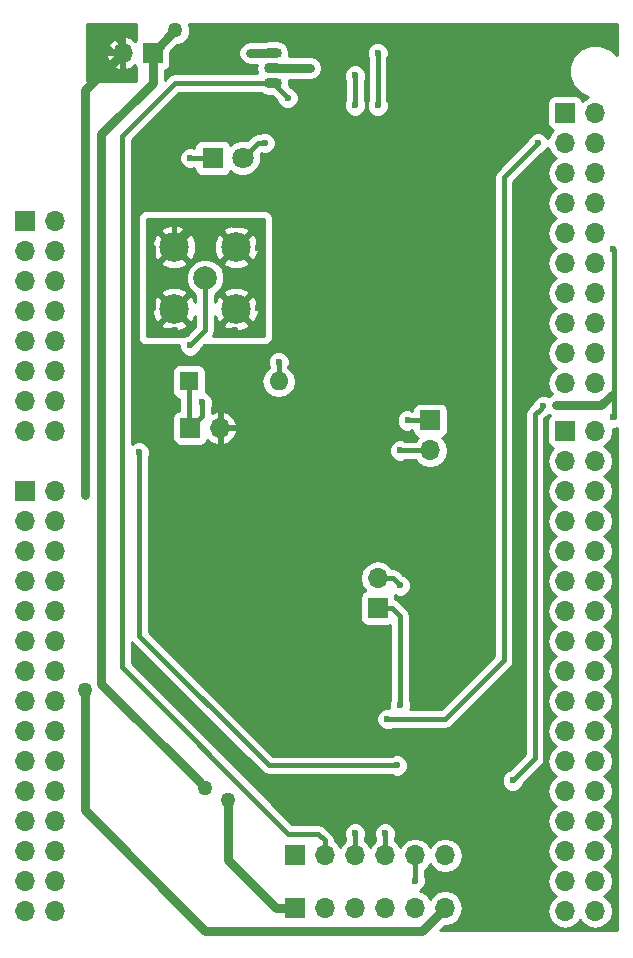
<source format=gbr>
G04 #@! TF.FileFunction,Copper,L2,Bot,Signal*
%FSLAX46Y46*%
G04 Gerber Fmt 4.6, Leading zero omitted, Abs format (unit mm)*
G04 Created by KiCad (PCBNEW 4.0.6) date Wednesday, July 12, 2017 'AMt' 09:05:55 AM*
%MOMM*%
%LPD*%
G01*
G04 APERTURE LIST*
%ADD10C,0.100000*%
%ADD11R,1.800000X1.800000*%
%ADD12C,1.800000*%
%ADD13R,1.700000X1.700000*%
%ADD14O,1.700000X1.700000*%
%ADD15C,1.998980*%
%ADD16C,2.500000*%
%ADD17O,1.501140X0.899160*%
%ADD18R,1.600000X1.600000*%
%ADD19O,1.600000X1.600000*%
%ADD20C,0.600000*%
%ADD21C,1.270000*%
%ADD22C,0.762000*%
%ADD23C,0.381000*%
%ADD24C,0.254000*%
G04 APERTURE END LIST*
D10*
D11*
X159385000Y-60960000D03*
D12*
X161925000Y-60960000D03*
D13*
X166370000Y-120015000D03*
D14*
X168910000Y-120015000D03*
X171450000Y-120015000D03*
X173990000Y-120015000D03*
X176530000Y-120015000D03*
X179070000Y-120015000D03*
D13*
X166370000Y-124460000D03*
D14*
X168910000Y-124460000D03*
X171450000Y-124460000D03*
X173990000Y-124460000D03*
X176530000Y-124460000D03*
X179070000Y-124460000D03*
D13*
X154305000Y-52070000D03*
D14*
X151765000Y-52070000D03*
D13*
X177800000Y-83185000D03*
D14*
X177800000Y-85725000D03*
D15*
X158750000Y-71120000D03*
D16*
X161375000Y-68495000D03*
X156125000Y-68495000D03*
X161375000Y-73745000D03*
X156125000Y-73745000D03*
D13*
X157480000Y-83820000D03*
D14*
X160020000Y-83820000D03*
D13*
X189230000Y-57150000D03*
D14*
X191770000Y-57150000D03*
X189230000Y-59690000D03*
X191770000Y-59690000D03*
X189230000Y-62230000D03*
X191770000Y-62230000D03*
X189230000Y-64770000D03*
X191770000Y-64770000D03*
X189230000Y-67310000D03*
X191770000Y-67310000D03*
X189230000Y-69850000D03*
X191770000Y-69850000D03*
X189230000Y-72390000D03*
X191770000Y-72390000D03*
X189230000Y-74930000D03*
X191770000Y-74930000D03*
X189230000Y-77470000D03*
X191770000Y-77470000D03*
X189230000Y-80010000D03*
X191770000Y-80010000D03*
D13*
X143510000Y-66294000D03*
D14*
X146050000Y-66294000D03*
X143510000Y-68834000D03*
X146050000Y-68834000D03*
X143510000Y-71374000D03*
X146050000Y-71374000D03*
X143510000Y-73914000D03*
X146050000Y-73914000D03*
X143510000Y-76454000D03*
X146050000Y-76454000D03*
X143510000Y-78994000D03*
X146050000Y-78994000D03*
X143510000Y-81534000D03*
X146050000Y-81534000D03*
X143510000Y-84074000D03*
X146050000Y-84074000D03*
D13*
X143510000Y-89154000D03*
D14*
X146050000Y-89154000D03*
X143510000Y-91694000D03*
X146050000Y-91694000D03*
X143510000Y-94234000D03*
X146050000Y-94234000D03*
X143510000Y-96774000D03*
X146050000Y-96774000D03*
X143510000Y-99314000D03*
X146050000Y-99314000D03*
X143510000Y-101854000D03*
X146050000Y-101854000D03*
X143510000Y-104394000D03*
X146050000Y-104394000D03*
X143510000Y-106934000D03*
X146050000Y-106934000D03*
X143510000Y-109474000D03*
X146050000Y-109474000D03*
X143510000Y-112014000D03*
X146050000Y-112014000D03*
X143510000Y-114554000D03*
X146050000Y-114554000D03*
X143510000Y-117094000D03*
X146050000Y-117094000D03*
X143510000Y-119634000D03*
X146050000Y-119634000D03*
X143510000Y-122174000D03*
X146050000Y-122174000D03*
X143510000Y-124714000D03*
X146050000Y-124714000D03*
D13*
X189230000Y-84074000D03*
D14*
X191770000Y-84074000D03*
X189230000Y-86614000D03*
X191770000Y-86614000D03*
X189230000Y-89154000D03*
X191770000Y-89154000D03*
X189230000Y-91694000D03*
X191770000Y-91694000D03*
X189230000Y-94234000D03*
X191770000Y-94234000D03*
X189230000Y-96774000D03*
X191770000Y-96774000D03*
X189230000Y-99314000D03*
X191770000Y-99314000D03*
X189230000Y-101854000D03*
X191770000Y-101854000D03*
X189230000Y-104394000D03*
X191770000Y-104394000D03*
X189230000Y-106934000D03*
X191770000Y-106934000D03*
X189230000Y-109474000D03*
X191770000Y-109474000D03*
X189230000Y-112014000D03*
X191770000Y-112014000D03*
X189230000Y-114554000D03*
X191770000Y-114554000D03*
X189230000Y-117094000D03*
X191770000Y-117094000D03*
X189230000Y-119634000D03*
X191770000Y-119634000D03*
X189230000Y-122174000D03*
X191770000Y-122174000D03*
X189230000Y-124714000D03*
X191770000Y-124714000D03*
D17*
X164465000Y-53340000D03*
X164465000Y-54610000D03*
X164465000Y-52070000D03*
D13*
X173355000Y-99060000D03*
D14*
X173355000Y-96520000D03*
D18*
X157353000Y-79883000D03*
D19*
X164973000Y-79883000D03*
D20*
X162560000Y-52070000D03*
D21*
X156210000Y-50165000D03*
X158750000Y-114300000D03*
D20*
X152146000Y-50292000D03*
X150622000Y-50292000D03*
X149225000Y-50292000D03*
X149225000Y-51689000D03*
X149225000Y-52959000D03*
X151257000Y-54102000D03*
X152400000Y-53975000D03*
X193294000Y-82931000D03*
X193294000Y-68707000D03*
X176530000Y-122174000D03*
X148590000Y-89535000D03*
X175260000Y-85725000D03*
X175260000Y-97155000D03*
X161290000Y-66675000D03*
X162560000Y-66675000D03*
X163195000Y-67310000D03*
X163195000Y-68580000D03*
X163195000Y-69850000D03*
X163195000Y-71120000D03*
X163195000Y-72390000D03*
X163195000Y-73660000D03*
X163195000Y-74930000D03*
X162560000Y-75565000D03*
X161290000Y-75565000D03*
X160020000Y-75565000D03*
X157480000Y-75565000D03*
X156210000Y-75565000D03*
X154940000Y-75565000D03*
X154305000Y-74930000D03*
X154305000Y-73660000D03*
X154305000Y-72390000D03*
X154305000Y-71120000D03*
X154305000Y-69850000D03*
X154305000Y-68580000D03*
X154305000Y-67310000D03*
X154940000Y-66675000D03*
X156210000Y-66675000D03*
X160020000Y-66675000D03*
X158750000Y-66675000D03*
X157480000Y-66675000D03*
X157480000Y-60960000D03*
X171450000Y-56515000D03*
X171450000Y-53975000D03*
X167640000Y-53340000D03*
X165735000Y-55880000D03*
X173355000Y-56515000D03*
X173355000Y-52070000D03*
X180467000Y-53848000D03*
X180467000Y-52705000D03*
X179451000Y-52070000D03*
X178181000Y-52070000D03*
X178181000Y-52070000D03*
X177038000Y-52070000D03*
X175641000Y-52070000D03*
X177165000Y-102870000D03*
X168910000Y-76200000D03*
X158496000Y-81661000D03*
X164973000Y-78232000D03*
X163830000Y-59690000D03*
D21*
X160655000Y-115316000D03*
X148590000Y-106045000D03*
D20*
X175895000Y-83185000D03*
X157480000Y-76835000D03*
X175006000Y-112395000D03*
X153162000Y-85852000D03*
X187365375Y-81964127D03*
X184785000Y-113665000D03*
X175260000Y-107315000D03*
X174180973Y-108467251D03*
X186944000Y-59690000D03*
X171450000Y-118110000D03*
X173990000Y-118110000D03*
D22*
X162560000Y-52070000D02*
X164465000Y-52070000D01*
X158115001Y-113665001D02*
X158750000Y-114300000D01*
X149957685Y-105507685D02*
X158115001Y-113665001D01*
X154305000Y-54610000D02*
X149957685Y-58957315D01*
X154305000Y-52070000D02*
X154305000Y-54610000D01*
X149957685Y-58957315D02*
X149957685Y-105507685D01*
X154305000Y-52070000D02*
X156210000Y-50165000D01*
D23*
X151765000Y-52070000D02*
X151765000Y-50673000D01*
X151765000Y-50673000D02*
X152146000Y-50292000D01*
X151765000Y-52070000D02*
X151765000Y-51435000D01*
X151765000Y-51435000D02*
X150622000Y-50292000D01*
X151765000Y-52070000D02*
X151003000Y-52070000D01*
X151003000Y-52070000D02*
X149225000Y-50292000D01*
X151765000Y-52070000D02*
X149606000Y-52070000D01*
X149606000Y-52070000D02*
X149225000Y-51689000D01*
X151765000Y-52070000D02*
X150114000Y-52070000D01*
X150114000Y-52070000D02*
X149225000Y-52959000D01*
X151765000Y-52070000D02*
X151765000Y-53594000D01*
X151765000Y-53594000D02*
X151257000Y-54102000D01*
X151765000Y-52070000D02*
X151765000Y-53340000D01*
X151765000Y-53340000D02*
X152400000Y-53975000D01*
X193375589Y-81026000D02*
X193160125Y-81026000D01*
D22*
X193160125Y-81026000D02*
X192271125Y-81915000D01*
X192271125Y-81915000D02*
X188468000Y-81915000D01*
D23*
X193375589Y-81026000D02*
X193375589Y-82849411D01*
X193375589Y-68788589D02*
X193375589Y-81026000D01*
X193294000Y-68707000D02*
X193375589Y-68788589D01*
X193375589Y-82849411D02*
X193294000Y-82931000D01*
X176530000Y-120015000D02*
X176530000Y-122174000D01*
D22*
X148590000Y-55245000D02*
X148590000Y-89535000D01*
X151765000Y-52070000D02*
X148590000Y-55245000D01*
D23*
X177800000Y-85725000D02*
X175260000Y-85725000D01*
X173355000Y-96520000D02*
X174625000Y-96520000D01*
X174625000Y-96520000D02*
X175260000Y-97155000D01*
X162560000Y-66675000D02*
X161290000Y-66675000D01*
X163195000Y-68580000D02*
X163195000Y-67310000D01*
X163195000Y-71120000D02*
X163195000Y-69850000D01*
X163195000Y-73660000D02*
X163195000Y-72390000D01*
X162560000Y-75565000D02*
X163195000Y-74930000D01*
X160020000Y-75565000D02*
X161290000Y-75565000D01*
X154940000Y-75565000D02*
X156210000Y-75565000D01*
X154305000Y-72390000D02*
X154305000Y-73660000D01*
X154305000Y-68580000D02*
X154305000Y-69850000D01*
X154940000Y-66675000D02*
X154305000Y-67310000D01*
X156125000Y-68495000D02*
X156125000Y-66760000D01*
X156125000Y-66760000D02*
X156210000Y-66675000D01*
X158750000Y-66675000D02*
X160020000Y-66675000D01*
X156125000Y-68495000D02*
X156125000Y-68030000D01*
X156125000Y-68030000D02*
X157480000Y-66675000D01*
X159385000Y-60960000D02*
X157480000Y-60960000D01*
X171450000Y-53975000D02*
X171450000Y-56515000D01*
D22*
X164465000Y-53340000D02*
X167640000Y-53340000D01*
D23*
X168910000Y-120015000D02*
X168910000Y-118738261D01*
X165796387Y-118171387D02*
X151717963Y-104092963D01*
X168910000Y-118738261D02*
X168343126Y-118171387D01*
X168343126Y-118171387D02*
X165796387Y-118171387D01*
X151717963Y-104092963D02*
X151717963Y-59102037D01*
X151717963Y-59102037D02*
X156210000Y-54610000D01*
X156210000Y-54610000D02*
X164465000Y-54610000D01*
X164465000Y-54610000D02*
X165735000Y-55880000D01*
X173355000Y-52070000D02*
X173355000Y-56515000D01*
X158496000Y-81661000D02*
X158496000Y-82804000D01*
X158496000Y-82804000D02*
X157480000Y-83820000D01*
X157353000Y-79883000D02*
X157353000Y-83693000D01*
X157353000Y-83693000D02*
X157480000Y-83820000D01*
X164973000Y-79883000D02*
X164973000Y-78232000D01*
X163830000Y-59690000D02*
X163195000Y-59690000D01*
X163195000Y-59690000D02*
X161925000Y-60960000D01*
D22*
X160655000Y-115316000D02*
X160655000Y-120357000D01*
X160655000Y-120357000D02*
X164758000Y-124460000D01*
X164758000Y-124460000D02*
X166370000Y-124460000D01*
X148590000Y-106045000D02*
X148590000Y-116205000D01*
X148590000Y-116205000D02*
X158765510Y-126380510D01*
X177149490Y-126380510D02*
X178220001Y-125309999D01*
X158765510Y-126380510D02*
X177149490Y-126380510D01*
X178220001Y-125309999D02*
X179070000Y-124460000D01*
D23*
X175895000Y-83185000D02*
X177800000Y-83185000D01*
X158750000Y-71120000D02*
X158750000Y-75565000D01*
X158750000Y-75565000D02*
X157480000Y-76835000D01*
X153162000Y-85852000D02*
X153162000Y-101428601D01*
X153162000Y-101428601D02*
X164128399Y-112395000D01*
X164128399Y-112395000D02*
X175006000Y-112395000D01*
X184785000Y-113665000D02*
X186656184Y-111793816D01*
X186656184Y-111793816D02*
X186656184Y-82673318D01*
X186656184Y-82673318D02*
X187065376Y-82264126D01*
X187065376Y-82264126D02*
X187365375Y-81964127D01*
X175260000Y-107315000D02*
X175260000Y-99734000D01*
X175260000Y-99734000D02*
X174586000Y-99060000D01*
X174586000Y-99060000D02*
X173355000Y-99060000D01*
X174605237Y-108467251D02*
X174180973Y-108467251D01*
X179060749Y-108467251D02*
X174605237Y-108467251D01*
X184022990Y-103505010D02*
X179060749Y-108467251D01*
X184022990Y-62611010D02*
X184022990Y-103505010D01*
X186944000Y-59690000D02*
X184022990Y-62611010D01*
X171450000Y-118110000D02*
X171450000Y-120015000D01*
X173990000Y-118110000D02*
X173990000Y-120015000D01*
D24*
G36*
X193600000Y-52263668D02*
X193037679Y-51700364D01*
X192216519Y-51359389D01*
X191327381Y-51358613D01*
X190505628Y-51698155D01*
X189876364Y-52326321D01*
X189535389Y-53147481D01*
X189534613Y-54036619D01*
X189874155Y-54858372D01*
X190502321Y-55487636D01*
X191192275Y-55774130D01*
X191172622Y-55778039D01*
X190690853Y-56099946D01*
X190690029Y-56101179D01*
X190683162Y-56064683D01*
X190544090Y-55848559D01*
X190331890Y-55703569D01*
X190080000Y-55652560D01*
X188380000Y-55652560D01*
X188144683Y-55696838D01*
X187928559Y-55835910D01*
X187783569Y-56048110D01*
X187732560Y-56300000D01*
X187732560Y-58000000D01*
X187776838Y-58235317D01*
X187915910Y-58451441D01*
X188128110Y-58596431D01*
X188195541Y-58610086D01*
X188150853Y-58639946D01*
X187828946Y-59121715D01*
X187793822Y-59298294D01*
X187737117Y-59161057D01*
X187474327Y-58897808D01*
X187130799Y-58755162D01*
X186758833Y-58754838D01*
X186415057Y-58896883D01*
X186151808Y-59159673D01*
X186041682Y-59424884D01*
X183439273Y-62027293D01*
X183260327Y-62295104D01*
X183228237Y-62456431D01*
X183197490Y-62611010D01*
X183197490Y-103163077D01*
X178718815Y-107641751D01*
X176136725Y-107641751D01*
X176194838Y-107501799D01*
X176195162Y-107129833D01*
X176085500Y-106864430D01*
X176085500Y-99734005D01*
X176085501Y-99734000D01*
X176022663Y-99418094D01*
X175843717Y-99150283D01*
X175169717Y-98476283D01*
X174901906Y-98297337D01*
X174852440Y-98287498D01*
X174852440Y-98210000D01*
X174809203Y-97980216D01*
X175073201Y-98089838D01*
X175445167Y-98090162D01*
X175788943Y-97948117D01*
X176052192Y-97685327D01*
X176194838Y-97341799D01*
X176195162Y-96969833D01*
X176053117Y-96626057D01*
X175790327Y-96362808D01*
X175525116Y-96252682D01*
X175208717Y-95936283D01*
X174940906Y-95757337D01*
X174625000Y-95694500D01*
X174584189Y-95694500D01*
X174434147Y-95469946D01*
X173952378Y-95148039D01*
X173384093Y-95035000D01*
X173325907Y-95035000D01*
X172757622Y-95148039D01*
X172275853Y-95469946D01*
X171953946Y-95951715D01*
X171840907Y-96520000D01*
X171953946Y-97088285D01*
X172275853Y-97570054D01*
X172317452Y-97597850D01*
X172269683Y-97606838D01*
X172053559Y-97745910D01*
X171908569Y-97958110D01*
X171857560Y-98210000D01*
X171857560Y-99910000D01*
X171901838Y-100145317D01*
X172040910Y-100361441D01*
X172253110Y-100506431D01*
X172505000Y-100557440D01*
X174205000Y-100557440D01*
X174434500Y-100514257D01*
X174434500Y-106864887D01*
X174325162Y-107128201D01*
X174324838Y-107500167D01*
X174338151Y-107532387D01*
X173995806Y-107532089D01*
X173652030Y-107674134D01*
X173388781Y-107936924D01*
X173246135Y-108280452D01*
X173245811Y-108652418D01*
X173387856Y-108996194D01*
X173650646Y-109259443D01*
X173994174Y-109402089D01*
X174366140Y-109402413D01*
X174631543Y-109292751D01*
X179060749Y-109292751D01*
X179376655Y-109229914D01*
X179644466Y-109050968D01*
X184606704Y-104088729D01*
X184606707Y-104088727D01*
X184785653Y-103820915D01*
X184794377Y-103777057D01*
X184848491Y-103505010D01*
X184848490Y-103505005D01*
X184848490Y-62952944D01*
X187209440Y-60591994D01*
X187472943Y-60483117D01*
X187736192Y-60220327D01*
X187793800Y-60081593D01*
X187828946Y-60258285D01*
X188150853Y-60740054D01*
X188480026Y-60960000D01*
X188150853Y-61179946D01*
X187828946Y-61661715D01*
X187715907Y-62230000D01*
X187828946Y-62798285D01*
X188150853Y-63280054D01*
X188480026Y-63500000D01*
X188150853Y-63719946D01*
X187828946Y-64201715D01*
X187715907Y-64770000D01*
X187828946Y-65338285D01*
X188150853Y-65820054D01*
X188480026Y-66040000D01*
X188150853Y-66259946D01*
X187828946Y-66741715D01*
X187715907Y-67310000D01*
X187828946Y-67878285D01*
X188150853Y-68360054D01*
X188480026Y-68580000D01*
X188150853Y-68799946D01*
X187828946Y-69281715D01*
X187715907Y-69850000D01*
X187828946Y-70418285D01*
X188150853Y-70900054D01*
X188480026Y-71120000D01*
X188150853Y-71339946D01*
X187828946Y-71821715D01*
X187715907Y-72390000D01*
X187828946Y-72958285D01*
X188150853Y-73440054D01*
X188480026Y-73660000D01*
X188150853Y-73879946D01*
X187828946Y-74361715D01*
X187715907Y-74930000D01*
X187828946Y-75498285D01*
X188150853Y-75980054D01*
X188480026Y-76200000D01*
X188150853Y-76419946D01*
X187828946Y-76901715D01*
X187715907Y-77470000D01*
X187828946Y-78038285D01*
X188150853Y-78520054D01*
X188480026Y-78740000D01*
X188150853Y-78959946D01*
X187828946Y-79441715D01*
X187715907Y-80010000D01*
X187828946Y-80578285D01*
X188093071Y-80973578D01*
X188079194Y-80976338D01*
X187828331Y-81143960D01*
X187552174Y-81029289D01*
X187180208Y-81028965D01*
X186836432Y-81171010D01*
X186573183Y-81433800D01*
X186463057Y-81699011D01*
X186072467Y-82089601D01*
X185893521Y-82357412D01*
X185849930Y-82576560D01*
X185830684Y-82673318D01*
X185830684Y-111451883D01*
X184519560Y-112763006D01*
X184256057Y-112871883D01*
X183992808Y-113134673D01*
X183850162Y-113478201D01*
X183849838Y-113850167D01*
X183991883Y-114193943D01*
X184254673Y-114457192D01*
X184598201Y-114599838D01*
X184970167Y-114600162D01*
X185313943Y-114458117D01*
X185577192Y-114195327D01*
X185687318Y-113930116D01*
X187239898Y-112377535D01*
X187239901Y-112377533D01*
X187418847Y-112109721D01*
X187437887Y-112014000D01*
X187481685Y-111793816D01*
X187481684Y-111793811D01*
X187481684Y-83015252D01*
X187630815Y-82866121D01*
X187894318Y-82757244D01*
X187910588Y-82741002D01*
X187933819Y-82756525D01*
X187928559Y-82759910D01*
X187783569Y-82972110D01*
X187732560Y-83224000D01*
X187732560Y-84924000D01*
X187776838Y-85159317D01*
X187915910Y-85375441D01*
X188128110Y-85520431D01*
X188195541Y-85534086D01*
X188150853Y-85563946D01*
X187828946Y-86045715D01*
X187715907Y-86614000D01*
X187828946Y-87182285D01*
X188150853Y-87664054D01*
X188480026Y-87884000D01*
X188150853Y-88103946D01*
X187828946Y-88585715D01*
X187715907Y-89154000D01*
X187828946Y-89722285D01*
X188150853Y-90204054D01*
X188480026Y-90424000D01*
X188150853Y-90643946D01*
X187828946Y-91125715D01*
X187715907Y-91694000D01*
X187828946Y-92262285D01*
X188150853Y-92744054D01*
X188480026Y-92964000D01*
X188150853Y-93183946D01*
X187828946Y-93665715D01*
X187715907Y-94234000D01*
X187828946Y-94802285D01*
X188150853Y-95284054D01*
X188480026Y-95504000D01*
X188150853Y-95723946D01*
X187828946Y-96205715D01*
X187715907Y-96774000D01*
X187828946Y-97342285D01*
X188150853Y-97824054D01*
X188480026Y-98044000D01*
X188150853Y-98263946D01*
X187828946Y-98745715D01*
X187715907Y-99314000D01*
X187828946Y-99882285D01*
X188150853Y-100364054D01*
X188480026Y-100584000D01*
X188150853Y-100803946D01*
X187828946Y-101285715D01*
X187715907Y-101854000D01*
X187828946Y-102422285D01*
X188150853Y-102904054D01*
X188480026Y-103124000D01*
X188150853Y-103343946D01*
X187828946Y-103825715D01*
X187715907Y-104394000D01*
X187828946Y-104962285D01*
X188150853Y-105444054D01*
X188480026Y-105664000D01*
X188150853Y-105883946D01*
X187828946Y-106365715D01*
X187715907Y-106934000D01*
X187828946Y-107502285D01*
X188150853Y-107984054D01*
X188480026Y-108204000D01*
X188150853Y-108423946D01*
X187828946Y-108905715D01*
X187715907Y-109474000D01*
X187828946Y-110042285D01*
X188150853Y-110524054D01*
X188480026Y-110744000D01*
X188150853Y-110963946D01*
X187828946Y-111445715D01*
X187715907Y-112014000D01*
X187828946Y-112582285D01*
X188150853Y-113064054D01*
X188480026Y-113284000D01*
X188150853Y-113503946D01*
X187828946Y-113985715D01*
X187715907Y-114554000D01*
X187828946Y-115122285D01*
X188150853Y-115604054D01*
X188480026Y-115824000D01*
X188150853Y-116043946D01*
X187828946Y-116525715D01*
X187715907Y-117094000D01*
X187828946Y-117662285D01*
X188150853Y-118144054D01*
X188480026Y-118364000D01*
X188150853Y-118583946D01*
X187828946Y-119065715D01*
X187715907Y-119634000D01*
X187828946Y-120202285D01*
X188150853Y-120684054D01*
X188480026Y-120904000D01*
X188150853Y-121123946D01*
X187828946Y-121605715D01*
X187715907Y-122174000D01*
X187828946Y-122742285D01*
X188150853Y-123224054D01*
X188480026Y-123444000D01*
X188150853Y-123663946D01*
X187828946Y-124145715D01*
X187715907Y-124714000D01*
X187828946Y-125282285D01*
X188150853Y-125764054D01*
X188632622Y-126085961D01*
X189200907Y-126199000D01*
X189259093Y-126199000D01*
X189827378Y-126085961D01*
X190309147Y-125764054D01*
X190500000Y-125478422D01*
X190690853Y-125764054D01*
X191172622Y-126085961D01*
X191740907Y-126199000D01*
X191799093Y-126199000D01*
X192367378Y-126085961D01*
X192849147Y-125764054D01*
X193171054Y-125282285D01*
X193284093Y-124714000D01*
X193171054Y-124145715D01*
X192849147Y-123663946D01*
X192519974Y-123444000D01*
X192849147Y-123224054D01*
X193171054Y-122742285D01*
X193284093Y-122174000D01*
X193171054Y-121605715D01*
X192849147Y-121123946D01*
X192519974Y-120904000D01*
X192849147Y-120684054D01*
X193171054Y-120202285D01*
X193284093Y-119634000D01*
X193171054Y-119065715D01*
X192849147Y-118583946D01*
X192519974Y-118364000D01*
X192849147Y-118144054D01*
X193171054Y-117662285D01*
X193284093Y-117094000D01*
X193171054Y-116525715D01*
X192849147Y-116043946D01*
X192519974Y-115824000D01*
X192849147Y-115604054D01*
X193171054Y-115122285D01*
X193284093Y-114554000D01*
X193171054Y-113985715D01*
X192849147Y-113503946D01*
X192519974Y-113284000D01*
X192849147Y-113064054D01*
X193171054Y-112582285D01*
X193284093Y-112014000D01*
X193171054Y-111445715D01*
X192849147Y-110963946D01*
X192519974Y-110744000D01*
X192849147Y-110524054D01*
X193171054Y-110042285D01*
X193284093Y-109474000D01*
X193171054Y-108905715D01*
X192849147Y-108423946D01*
X192519974Y-108204000D01*
X192849147Y-107984054D01*
X193171054Y-107502285D01*
X193284093Y-106934000D01*
X193171054Y-106365715D01*
X192849147Y-105883946D01*
X192519974Y-105664000D01*
X192849147Y-105444054D01*
X193171054Y-104962285D01*
X193284093Y-104394000D01*
X193171054Y-103825715D01*
X192849147Y-103343946D01*
X192519974Y-103124000D01*
X192849147Y-102904054D01*
X193171054Y-102422285D01*
X193284093Y-101854000D01*
X193171054Y-101285715D01*
X192849147Y-100803946D01*
X192519974Y-100584000D01*
X192849147Y-100364054D01*
X193171054Y-99882285D01*
X193284093Y-99314000D01*
X193171054Y-98745715D01*
X192849147Y-98263946D01*
X192519974Y-98044000D01*
X192849147Y-97824054D01*
X193171054Y-97342285D01*
X193284093Y-96774000D01*
X193171054Y-96205715D01*
X192849147Y-95723946D01*
X192519974Y-95504000D01*
X192849147Y-95284054D01*
X193171054Y-94802285D01*
X193284093Y-94234000D01*
X193171054Y-93665715D01*
X192849147Y-93183946D01*
X192519974Y-92964000D01*
X192849147Y-92744054D01*
X193171054Y-92262285D01*
X193284093Y-91694000D01*
X193171054Y-91125715D01*
X192849147Y-90643946D01*
X192519974Y-90424000D01*
X192849147Y-90204054D01*
X193171054Y-89722285D01*
X193284093Y-89154000D01*
X193171054Y-88585715D01*
X192849147Y-88103946D01*
X192519974Y-87884000D01*
X192849147Y-87664054D01*
X193171054Y-87182285D01*
X193284093Y-86614000D01*
X193171054Y-86045715D01*
X192849147Y-85563946D01*
X192519974Y-85344000D01*
X192849147Y-85124054D01*
X193171054Y-84642285D01*
X193284093Y-84074000D01*
X193242710Y-83865956D01*
X193479167Y-83866162D01*
X193600000Y-83816235D01*
X193600000Y-126290000D01*
X178676841Y-126290000D01*
X178938421Y-126028420D01*
X178938423Y-126028417D01*
X179005564Y-125961276D01*
X179070000Y-125974093D01*
X179638285Y-125861054D01*
X180120054Y-125539147D01*
X180441961Y-125057378D01*
X180555000Y-124489093D01*
X180555000Y-124430907D01*
X180441961Y-123862622D01*
X180120054Y-123380853D01*
X179638285Y-123058946D01*
X179070000Y-122945907D01*
X178501715Y-123058946D01*
X178019946Y-123380853D01*
X177800000Y-123710026D01*
X177580054Y-123380853D01*
X177098285Y-123058946D01*
X176921706Y-123023822D01*
X177058943Y-122967117D01*
X177322192Y-122704327D01*
X177464838Y-122360799D01*
X177465162Y-121988833D01*
X177355500Y-121723430D01*
X177355500Y-121244189D01*
X177580054Y-121094147D01*
X177800000Y-120764974D01*
X178019946Y-121094147D01*
X178501715Y-121416054D01*
X179070000Y-121529093D01*
X179638285Y-121416054D01*
X180120054Y-121094147D01*
X180441961Y-120612378D01*
X180555000Y-120044093D01*
X180555000Y-119985907D01*
X180441961Y-119417622D01*
X180120054Y-118935853D01*
X179638285Y-118613946D01*
X179070000Y-118500907D01*
X178501715Y-118613946D01*
X178019946Y-118935853D01*
X177800000Y-119265026D01*
X177580054Y-118935853D01*
X177098285Y-118613946D01*
X176530000Y-118500907D01*
X175961715Y-118613946D01*
X175479946Y-118935853D01*
X175260000Y-119265026D01*
X175040054Y-118935853D01*
X174815500Y-118785811D01*
X174815500Y-118560113D01*
X174924838Y-118296799D01*
X174925162Y-117924833D01*
X174783117Y-117581057D01*
X174520327Y-117317808D01*
X174176799Y-117175162D01*
X173804833Y-117174838D01*
X173461057Y-117316883D01*
X173197808Y-117579673D01*
X173055162Y-117923201D01*
X173054838Y-118295167D01*
X173164500Y-118560570D01*
X173164500Y-118785811D01*
X172939946Y-118935853D01*
X172720000Y-119265026D01*
X172500054Y-118935853D01*
X172275500Y-118785811D01*
X172275500Y-118560113D01*
X172384838Y-118296799D01*
X172385162Y-117924833D01*
X172243117Y-117581057D01*
X171980327Y-117317808D01*
X171636799Y-117175162D01*
X171264833Y-117174838D01*
X170921057Y-117316883D01*
X170657808Y-117579673D01*
X170515162Y-117923201D01*
X170514838Y-118295167D01*
X170624500Y-118560570D01*
X170624500Y-118785811D01*
X170399946Y-118935853D01*
X170180000Y-119265026D01*
X169960054Y-118935853D01*
X169735500Y-118785811D01*
X169735500Y-118738266D01*
X169735501Y-118738261D01*
X169672663Y-118422355D01*
X169493717Y-118154544D01*
X168926843Y-117587670D01*
X168659032Y-117408724D01*
X168343126Y-117345887D01*
X166138321Y-117345887D01*
X152543463Y-103751029D01*
X152543463Y-101960206D01*
X152578283Y-102012318D01*
X163544682Y-112978717D01*
X163812493Y-113157663D01*
X164128399Y-113220500D01*
X174555887Y-113220500D01*
X174819201Y-113329838D01*
X175191167Y-113330162D01*
X175534943Y-113188117D01*
X175798192Y-112925327D01*
X175940838Y-112581799D01*
X175941162Y-112209833D01*
X175799117Y-111866057D01*
X175536327Y-111602808D01*
X175192799Y-111460162D01*
X174820833Y-111459838D01*
X174555430Y-111569500D01*
X164470333Y-111569500D01*
X153987500Y-101086667D01*
X153987500Y-86302113D01*
X154096838Y-86038799D01*
X154096950Y-85910167D01*
X174324838Y-85910167D01*
X174466883Y-86253943D01*
X174729673Y-86517192D01*
X175073201Y-86659838D01*
X175445167Y-86660162D01*
X175710570Y-86550500D01*
X176570811Y-86550500D01*
X176720853Y-86775054D01*
X177202622Y-87096961D01*
X177770907Y-87210000D01*
X177829093Y-87210000D01*
X178397378Y-87096961D01*
X178879147Y-86775054D01*
X179201054Y-86293285D01*
X179314093Y-85725000D01*
X179201054Y-85156715D01*
X178879147Y-84674946D01*
X178837548Y-84647150D01*
X178885317Y-84638162D01*
X179101441Y-84499090D01*
X179246431Y-84286890D01*
X179297440Y-84035000D01*
X179297440Y-82335000D01*
X179253162Y-82099683D01*
X179114090Y-81883559D01*
X178901890Y-81738569D01*
X178650000Y-81687560D01*
X176950000Y-81687560D01*
X176714683Y-81731838D01*
X176498559Y-81870910D01*
X176353569Y-82083110D01*
X176302560Y-82335000D01*
X176302560Y-82341830D01*
X176081799Y-82250162D01*
X175709833Y-82249838D01*
X175366057Y-82391883D01*
X175102808Y-82654673D01*
X174960162Y-82998201D01*
X174959838Y-83370167D01*
X175101883Y-83713943D01*
X175364673Y-83977192D01*
X175708201Y-84119838D01*
X176080167Y-84120162D01*
X176302560Y-84028271D01*
X176302560Y-84035000D01*
X176346838Y-84270317D01*
X176485910Y-84486441D01*
X176698110Y-84631431D01*
X176765541Y-84645086D01*
X176720853Y-84674946D01*
X176570811Y-84899500D01*
X175710113Y-84899500D01*
X175446799Y-84790162D01*
X175074833Y-84789838D01*
X174731057Y-84931883D01*
X174467808Y-85194673D01*
X174325162Y-85538201D01*
X174324838Y-85910167D01*
X154096950Y-85910167D01*
X154097162Y-85666833D01*
X153955117Y-85323057D01*
X153692327Y-85059808D01*
X153348799Y-84917162D01*
X152976833Y-84916838D01*
X152633057Y-85058883D01*
X152543463Y-85148321D01*
X152543463Y-79083000D01*
X155905560Y-79083000D01*
X155905560Y-80683000D01*
X155949838Y-80918317D01*
X156088910Y-81134441D01*
X156301110Y-81279431D01*
X156527500Y-81325276D01*
X156527500Y-82341847D01*
X156394683Y-82366838D01*
X156178559Y-82505910D01*
X156033569Y-82718110D01*
X155982560Y-82970000D01*
X155982560Y-84670000D01*
X156026838Y-84905317D01*
X156165910Y-85121441D01*
X156378110Y-85266431D01*
X156630000Y-85317440D01*
X158330000Y-85317440D01*
X158565317Y-85273162D01*
X158781441Y-85134090D01*
X158926431Y-84921890D01*
X158948301Y-84813893D01*
X159253076Y-85091645D01*
X159663110Y-85261476D01*
X159893000Y-85140155D01*
X159893000Y-83947000D01*
X160147000Y-83947000D01*
X160147000Y-85140155D01*
X160376890Y-85261476D01*
X160786924Y-85091645D01*
X161215183Y-84701358D01*
X161461486Y-84176892D01*
X161340819Y-83947000D01*
X160147000Y-83947000D01*
X159893000Y-83947000D01*
X159873000Y-83947000D01*
X159873000Y-83693000D01*
X159893000Y-83693000D01*
X159893000Y-82499845D01*
X160147000Y-82499845D01*
X160147000Y-83693000D01*
X161340819Y-83693000D01*
X161461486Y-83463108D01*
X161215183Y-82938642D01*
X160786924Y-82548355D01*
X160376890Y-82378524D01*
X160147000Y-82499845D01*
X159893000Y-82499845D01*
X159663110Y-82378524D01*
X159321500Y-82520015D01*
X159321500Y-82111113D01*
X159430838Y-81847799D01*
X159431162Y-81475833D01*
X159289117Y-81132057D01*
X159026327Y-80868808D01*
X158783253Y-80767874D01*
X158800440Y-80683000D01*
X158800440Y-79883000D01*
X163509887Y-79883000D01*
X163619120Y-80432151D01*
X163930189Y-80897698D01*
X164395736Y-81208767D01*
X164944887Y-81318000D01*
X165001113Y-81318000D01*
X165550264Y-81208767D01*
X166015811Y-80897698D01*
X166326880Y-80432151D01*
X166436113Y-79883000D01*
X166326880Y-79333849D01*
X166015811Y-78868302D01*
X165798500Y-78723099D01*
X165798500Y-78682113D01*
X165907838Y-78418799D01*
X165908162Y-78046833D01*
X165766117Y-77703057D01*
X165503327Y-77439808D01*
X165159799Y-77297162D01*
X164787833Y-77296838D01*
X164444057Y-77438883D01*
X164180808Y-77701673D01*
X164038162Y-78045201D01*
X164037838Y-78417167D01*
X164147500Y-78682570D01*
X164147500Y-78723099D01*
X163930189Y-78868302D01*
X163619120Y-79333849D01*
X163509887Y-79883000D01*
X158800440Y-79883000D01*
X158800440Y-79083000D01*
X158756162Y-78847683D01*
X158617090Y-78631559D01*
X158404890Y-78486569D01*
X158153000Y-78435560D01*
X156553000Y-78435560D01*
X156317683Y-78479838D01*
X156101559Y-78618910D01*
X155956569Y-78831110D01*
X155905560Y-79083000D01*
X152543463Y-79083000D01*
X152543463Y-66040000D01*
X153035000Y-66040000D01*
X153035000Y-76200000D01*
X153078427Y-76430795D01*
X153214827Y-76642767D01*
X153422949Y-76784971D01*
X153670000Y-76835000D01*
X156544999Y-76835000D01*
X156544838Y-77020167D01*
X156686883Y-77363943D01*
X156949673Y-77627192D01*
X157293201Y-77769838D01*
X157665167Y-77770162D01*
X158008943Y-77628117D01*
X158272192Y-77365327D01*
X158382318Y-77100116D01*
X158647434Y-76835000D01*
X163830000Y-76835000D01*
X164060795Y-76791573D01*
X164272767Y-76655173D01*
X164414971Y-76447051D01*
X164465000Y-76200000D01*
X164465000Y-66040000D01*
X164421573Y-65809205D01*
X164285173Y-65597233D01*
X164077051Y-65455029D01*
X163830000Y-65405000D01*
X153670000Y-65405000D01*
X153439205Y-65448427D01*
X153227233Y-65584827D01*
X153085029Y-65792949D01*
X153035000Y-66040000D01*
X152543463Y-66040000D01*
X152543463Y-61145167D01*
X156544838Y-61145167D01*
X156686883Y-61488943D01*
X156949673Y-61752192D01*
X157293201Y-61894838D01*
X157665167Y-61895162D01*
X157837560Y-61823931D01*
X157837560Y-61860000D01*
X157881838Y-62095317D01*
X158020910Y-62311441D01*
X158233110Y-62456431D01*
X158485000Y-62507440D01*
X160285000Y-62507440D01*
X160520317Y-62463162D01*
X160736441Y-62324090D01*
X160881431Y-62111890D01*
X160885567Y-62091466D01*
X161054357Y-62260551D01*
X161618330Y-62494733D01*
X162228991Y-62495265D01*
X162793371Y-62262068D01*
X163225551Y-61830643D01*
X163459733Y-61266670D01*
X163460265Y-60656009D01*
X163441599Y-60610834D01*
X163490855Y-60561578D01*
X163643201Y-60624838D01*
X164015167Y-60625162D01*
X164358943Y-60483117D01*
X164622192Y-60220327D01*
X164764838Y-59876799D01*
X164765162Y-59504833D01*
X164623117Y-59161057D01*
X164360327Y-58897808D01*
X164016799Y-58755162D01*
X163644833Y-58754838D01*
X163379430Y-58864500D01*
X163195000Y-58864500D01*
X162879094Y-58927337D01*
X162771824Y-58999013D01*
X162611283Y-59106283D01*
X162611281Y-59106286D01*
X162274511Y-59443056D01*
X162231670Y-59425267D01*
X161621009Y-59424735D01*
X161056629Y-59657932D01*
X160888387Y-59825880D01*
X160888162Y-59824683D01*
X160749090Y-59608559D01*
X160536890Y-59463569D01*
X160285000Y-59412560D01*
X158485000Y-59412560D01*
X158249683Y-59456838D01*
X158033559Y-59595910D01*
X157888569Y-59808110D01*
X157837560Y-60060000D01*
X157837560Y-60096069D01*
X157666799Y-60025162D01*
X157294833Y-60024838D01*
X156951057Y-60166883D01*
X156687808Y-60429673D01*
X156545162Y-60773201D01*
X156544838Y-61145167D01*
X152543463Y-61145167D01*
X152543463Y-59443971D01*
X156551933Y-55435500D01*
X163457631Y-55435500D01*
X163721814Y-55612021D01*
X164136865Y-55694580D01*
X164382146Y-55694580D01*
X164833006Y-56145439D01*
X164941883Y-56408943D01*
X165204673Y-56672192D01*
X165548201Y-56814838D01*
X165920167Y-56815162D01*
X166263943Y-56673117D01*
X166527192Y-56410327D01*
X166669838Y-56066799D01*
X166670162Y-55694833D01*
X166528117Y-55351057D01*
X166265327Y-55087808D01*
X166000115Y-54977682D01*
X165837020Y-54814587D01*
X165877715Y-54610000D01*
X165827191Y-54356000D01*
X167640000Y-54356000D01*
X168028806Y-54278662D01*
X168206145Y-54160167D01*
X170514838Y-54160167D01*
X170624500Y-54425570D01*
X170624500Y-56064887D01*
X170515162Y-56328201D01*
X170514838Y-56700167D01*
X170656883Y-57043943D01*
X170919673Y-57307192D01*
X171263201Y-57449838D01*
X171635167Y-57450162D01*
X171978943Y-57308117D01*
X172242192Y-57045327D01*
X172384838Y-56701799D01*
X172385162Y-56329833D01*
X172275500Y-56064430D01*
X172275500Y-54425113D01*
X172384838Y-54161799D01*
X172385162Y-53789833D01*
X172243117Y-53446057D01*
X171980327Y-53182808D01*
X171636799Y-53040162D01*
X171264833Y-53039838D01*
X170921057Y-53181883D01*
X170657808Y-53444673D01*
X170515162Y-53788201D01*
X170514838Y-54160167D01*
X168206145Y-54160167D01*
X168358420Y-54058420D01*
X168578662Y-53728806D01*
X168656000Y-53340000D01*
X168578662Y-52951194D01*
X168358420Y-52621580D01*
X168028806Y-52401338D01*
X167640000Y-52324000D01*
X165827191Y-52324000D01*
X165840882Y-52255167D01*
X172419838Y-52255167D01*
X172529500Y-52520570D01*
X172529500Y-56064887D01*
X172420162Y-56328201D01*
X172419838Y-56700167D01*
X172561883Y-57043943D01*
X172824673Y-57307192D01*
X173168201Y-57449838D01*
X173540167Y-57450162D01*
X173883943Y-57308117D01*
X174147192Y-57045327D01*
X174289838Y-56701799D01*
X174290162Y-56329833D01*
X174180500Y-56064430D01*
X174180500Y-52520113D01*
X174289838Y-52256799D01*
X174290162Y-51884833D01*
X174148117Y-51541057D01*
X173885327Y-51277808D01*
X173541799Y-51135162D01*
X173169833Y-51134838D01*
X172826057Y-51276883D01*
X172562808Y-51539673D01*
X172420162Y-51883201D01*
X172419838Y-52255167D01*
X165840882Y-52255167D01*
X165877715Y-52070000D01*
X165795156Y-51654949D01*
X165560049Y-51303086D01*
X165208186Y-51067979D01*
X164793135Y-50985420D01*
X164136865Y-50985420D01*
X163792091Y-51054000D01*
X162560000Y-51054000D01*
X162171194Y-51131338D01*
X161841580Y-51351580D01*
X161621338Y-51681194D01*
X161544000Y-52070000D01*
X161621338Y-52458806D01*
X161841580Y-52788420D01*
X162171194Y-53008662D01*
X162560000Y-53086000D01*
X163102809Y-53086000D01*
X163052285Y-53340000D01*
X163134844Y-53755051D01*
X163154521Y-53784500D01*
X156210005Y-53784500D01*
X156210000Y-53784499D01*
X155915466Y-53843086D01*
X155894095Y-53847337D01*
X155626283Y-54026283D01*
X155626281Y-54026286D01*
X155321000Y-54331567D01*
X155321000Y-53536205D01*
X155390317Y-53523162D01*
X155606441Y-53384090D01*
X155751431Y-53171890D01*
X155802440Y-52920000D01*
X155802440Y-52009400D01*
X156376695Y-51435146D01*
X156461510Y-51435220D01*
X156928458Y-51242282D01*
X157286026Y-50885337D01*
X157479779Y-50418727D01*
X157480220Y-49913490D01*
X157352755Y-49605000D01*
X193600000Y-49605000D01*
X193600000Y-52263668D01*
X193600000Y-52263668D01*
G37*
X193600000Y-52263668D02*
X193037679Y-51700364D01*
X192216519Y-51359389D01*
X191327381Y-51358613D01*
X190505628Y-51698155D01*
X189876364Y-52326321D01*
X189535389Y-53147481D01*
X189534613Y-54036619D01*
X189874155Y-54858372D01*
X190502321Y-55487636D01*
X191192275Y-55774130D01*
X191172622Y-55778039D01*
X190690853Y-56099946D01*
X190690029Y-56101179D01*
X190683162Y-56064683D01*
X190544090Y-55848559D01*
X190331890Y-55703569D01*
X190080000Y-55652560D01*
X188380000Y-55652560D01*
X188144683Y-55696838D01*
X187928559Y-55835910D01*
X187783569Y-56048110D01*
X187732560Y-56300000D01*
X187732560Y-58000000D01*
X187776838Y-58235317D01*
X187915910Y-58451441D01*
X188128110Y-58596431D01*
X188195541Y-58610086D01*
X188150853Y-58639946D01*
X187828946Y-59121715D01*
X187793822Y-59298294D01*
X187737117Y-59161057D01*
X187474327Y-58897808D01*
X187130799Y-58755162D01*
X186758833Y-58754838D01*
X186415057Y-58896883D01*
X186151808Y-59159673D01*
X186041682Y-59424884D01*
X183439273Y-62027293D01*
X183260327Y-62295104D01*
X183228237Y-62456431D01*
X183197490Y-62611010D01*
X183197490Y-103163077D01*
X178718815Y-107641751D01*
X176136725Y-107641751D01*
X176194838Y-107501799D01*
X176195162Y-107129833D01*
X176085500Y-106864430D01*
X176085500Y-99734005D01*
X176085501Y-99734000D01*
X176022663Y-99418094D01*
X175843717Y-99150283D01*
X175169717Y-98476283D01*
X174901906Y-98297337D01*
X174852440Y-98287498D01*
X174852440Y-98210000D01*
X174809203Y-97980216D01*
X175073201Y-98089838D01*
X175445167Y-98090162D01*
X175788943Y-97948117D01*
X176052192Y-97685327D01*
X176194838Y-97341799D01*
X176195162Y-96969833D01*
X176053117Y-96626057D01*
X175790327Y-96362808D01*
X175525116Y-96252682D01*
X175208717Y-95936283D01*
X174940906Y-95757337D01*
X174625000Y-95694500D01*
X174584189Y-95694500D01*
X174434147Y-95469946D01*
X173952378Y-95148039D01*
X173384093Y-95035000D01*
X173325907Y-95035000D01*
X172757622Y-95148039D01*
X172275853Y-95469946D01*
X171953946Y-95951715D01*
X171840907Y-96520000D01*
X171953946Y-97088285D01*
X172275853Y-97570054D01*
X172317452Y-97597850D01*
X172269683Y-97606838D01*
X172053559Y-97745910D01*
X171908569Y-97958110D01*
X171857560Y-98210000D01*
X171857560Y-99910000D01*
X171901838Y-100145317D01*
X172040910Y-100361441D01*
X172253110Y-100506431D01*
X172505000Y-100557440D01*
X174205000Y-100557440D01*
X174434500Y-100514257D01*
X174434500Y-106864887D01*
X174325162Y-107128201D01*
X174324838Y-107500167D01*
X174338151Y-107532387D01*
X173995806Y-107532089D01*
X173652030Y-107674134D01*
X173388781Y-107936924D01*
X173246135Y-108280452D01*
X173245811Y-108652418D01*
X173387856Y-108996194D01*
X173650646Y-109259443D01*
X173994174Y-109402089D01*
X174366140Y-109402413D01*
X174631543Y-109292751D01*
X179060749Y-109292751D01*
X179376655Y-109229914D01*
X179644466Y-109050968D01*
X184606704Y-104088729D01*
X184606707Y-104088727D01*
X184785653Y-103820915D01*
X184794377Y-103777057D01*
X184848491Y-103505010D01*
X184848490Y-103505005D01*
X184848490Y-62952944D01*
X187209440Y-60591994D01*
X187472943Y-60483117D01*
X187736192Y-60220327D01*
X187793800Y-60081593D01*
X187828946Y-60258285D01*
X188150853Y-60740054D01*
X188480026Y-60960000D01*
X188150853Y-61179946D01*
X187828946Y-61661715D01*
X187715907Y-62230000D01*
X187828946Y-62798285D01*
X188150853Y-63280054D01*
X188480026Y-63500000D01*
X188150853Y-63719946D01*
X187828946Y-64201715D01*
X187715907Y-64770000D01*
X187828946Y-65338285D01*
X188150853Y-65820054D01*
X188480026Y-66040000D01*
X188150853Y-66259946D01*
X187828946Y-66741715D01*
X187715907Y-67310000D01*
X187828946Y-67878285D01*
X188150853Y-68360054D01*
X188480026Y-68580000D01*
X188150853Y-68799946D01*
X187828946Y-69281715D01*
X187715907Y-69850000D01*
X187828946Y-70418285D01*
X188150853Y-70900054D01*
X188480026Y-71120000D01*
X188150853Y-71339946D01*
X187828946Y-71821715D01*
X187715907Y-72390000D01*
X187828946Y-72958285D01*
X188150853Y-73440054D01*
X188480026Y-73660000D01*
X188150853Y-73879946D01*
X187828946Y-74361715D01*
X187715907Y-74930000D01*
X187828946Y-75498285D01*
X188150853Y-75980054D01*
X188480026Y-76200000D01*
X188150853Y-76419946D01*
X187828946Y-76901715D01*
X187715907Y-77470000D01*
X187828946Y-78038285D01*
X188150853Y-78520054D01*
X188480026Y-78740000D01*
X188150853Y-78959946D01*
X187828946Y-79441715D01*
X187715907Y-80010000D01*
X187828946Y-80578285D01*
X188093071Y-80973578D01*
X188079194Y-80976338D01*
X187828331Y-81143960D01*
X187552174Y-81029289D01*
X187180208Y-81028965D01*
X186836432Y-81171010D01*
X186573183Y-81433800D01*
X186463057Y-81699011D01*
X186072467Y-82089601D01*
X185893521Y-82357412D01*
X185849930Y-82576560D01*
X185830684Y-82673318D01*
X185830684Y-111451883D01*
X184519560Y-112763006D01*
X184256057Y-112871883D01*
X183992808Y-113134673D01*
X183850162Y-113478201D01*
X183849838Y-113850167D01*
X183991883Y-114193943D01*
X184254673Y-114457192D01*
X184598201Y-114599838D01*
X184970167Y-114600162D01*
X185313943Y-114458117D01*
X185577192Y-114195327D01*
X185687318Y-113930116D01*
X187239898Y-112377535D01*
X187239901Y-112377533D01*
X187418847Y-112109721D01*
X187437887Y-112014000D01*
X187481685Y-111793816D01*
X187481684Y-111793811D01*
X187481684Y-83015252D01*
X187630815Y-82866121D01*
X187894318Y-82757244D01*
X187910588Y-82741002D01*
X187933819Y-82756525D01*
X187928559Y-82759910D01*
X187783569Y-82972110D01*
X187732560Y-83224000D01*
X187732560Y-84924000D01*
X187776838Y-85159317D01*
X187915910Y-85375441D01*
X188128110Y-85520431D01*
X188195541Y-85534086D01*
X188150853Y-85563946D01*
X187828946Y-86045715D01*
X187715907Y-86614000D01*
X187828946Y-87182285D01*
X188150853Y-87664054D01*
X188480026Y-87884000D01*
X188150853Y-88103946D01*
X187828946Y-88585715D01*
X187715907Y-89154000D01*
X187828946Y-89722285D01*
X188150853Y-90204054D01*
X188480026Y-90424000D01*
X188150853Y-90643946D01*
X187828946Y-91125715D01*
X187715907Y-91694000D01*
X187828946Y-92262285D01*
X188150853Y-92744054D01*
X188480026Y-92964000D01*
X188150853Y-93183946D01*
X187828946Y-93665715D01*
X187715907Y-94234000D01*
X187828946Y-94802285D01*
X188150853Y-95284054D01*
X188480026Y-95504000D01*
X188150853Y-95723946D01*
X187828946Y-96205715D01*
X187715907Y-96774000D01*
X187828946Y-97342285D01*
X188150853Y-97824054D01*
X188480026Y-98044000D01*
X188150853Y-98263946D01*
X187828946Y-98745715D01*
X187715907Y-99314000D01*
X187828946Y-99882285D01*
X188150853Y-100364054D01*
X188480026Y-100584000D01*
X188150853Y-100803946D01*
X187828946Y-101285715D01*
X187715907Y-101854000D01*
X187828946Y-102422285D01*
X188150853Y-102904054D01*
X188480026Y-103124000D01*
X188150853Y-103343946D01*
X187828946Y-103825715D01*
X187715907Y-104394000D01*
X187828946Y-104962285D01*
X188150853Y-105444054D01*
X188480026Y-105664000D01*
X188150853Y-105883946D01*
X187828946Y-106365715D01*
X187715907Y-106934000D01*
X187828946Y-107502285D01*
X188150853Y-107984054D01*
X188480026Y-108204000D01*
X188150853Y-108423946D01*
X187828946Y-108905715D01*
X187715907Y-109474000D01*
X187828946Y-110042285D01*
X188150853Y-110524054D01*
X188480026Y-110744000D01*
X188150853Y-110963946D01*
X187828946Y-111445715D01*
X187715907Y-112014000D01*
X187828946Y-112582285D01*
X188150853Y-113064054D01*
X188480026Y-113284000D01*
X188150853Y-113503946D01*
X187828946Y-113985715D01*
X187715907Y-114554000D01*
X187828946Y-115122285D01*
X188150853Y-115604054D01*
X188480026Y-115824000D01*
X188150853Y-116043946D01*
X187828946Y-116525715D01*
X187715907Y-117094000D01*
X187828946Y-117662285D01*
X188150853Y-118144054D01*
X188480026Y-118364000D01*
X188150853Y-118583946D01*
X187828946Y-119065715D01*
X187715907Y-119634000D01*
X187828946Y-120202285D01*
X188150853Y-120684054D01*
X188480026Y-120904000D01*
X188150853Y-121123946D01*
X187828946Y-121605715D01*
X187715907Y-122174000D01*
X187828946Y-122742285D01*
X188150853Y-123224054D01*
X188480026Y-123444000D01*
X188150853Y-123663946D01*
X187828946Y-124145715D01*
X187715907Y-124714000D01*
X187828946Y-125282285D01*
X188150853Y-125764054D01*
X188632622Y-126085961D01*
X189200907Y-126199000D01*
X189259093Y-126199000D01*
X189827378Y-126085961D01*
X190309147Y-125764054D01*
X190500000Y-125478422D01*
X190690853Y-125764054D01*
X191172622Y-126085961D01*
X191740907Y-126199000D01*
X191799093Y-126199000D01*
X192367378Y-126085961D01*
X192849147Y-125764054D01*
X193171054Y-125282285D01*
X193284093Y-124714000D01*
X193171054Y-124145715D01*
X192849147Y-123663946D01*
X192519974Y-123444000D01*
X192849147Y-123224054D01*
X193171054Y-122742285D01*
X193284093Y-122174000D01*
X193171054Y-121605715D01*
X192849147Y-121123946D01*
X192519974Y-120904000D01*
X192849147Y-120684054D01*
X193171054Y-120202285D01*
X193284093Y-119634000D01*
X193171054Y-119065715D01*
X192849147Y-118583946D01*
X192519974Y-118364000D01*
X192849147Y-118144054D01*
X193171054Y-117662285D01*
X193284093Y-117094000D01*
X193171054Y-116525715D01*
X192849147Y-116043946D01*
X192519974Y-115824000D01*
X192849147Y-115604054D01*
X193171054Y-115122285D01*
X193284093Y-114554000D01*
X193171054Y-113985715D01*
X192849147Y-113503946D01*
X192519974Y-113284000D01*
X192849147Y-113064054D01*
X193171054Y-112582285D01*
X193284093Y-112014000D01*
X193171054Y-111445715D01*
X192849147Y-110963946D01*
X192519974Y-110744000D01*
X192849147Y-110524054D01*
X193171054Y-110042285D01*
X193284093Y-109474000D01*
X193171054Y-108905715D01*
X192849147Y-108423946D01*
X192519974Y-108204000D01*
X192849147Y-107984054D01*
X193171054Y-107502285D01*
X193284093Y-106934000D01*
X193171054Y-106365715D01*
X192849147Y-105883946D01*
X192519974Y-105664000D01*
X192849147Y-105444054D01*
X193171054Y-104962285D01*
X193284093Y-104394000D01*
X193171054Y-103825715D01*
X192849147Y-103343946D01*
X192519974Y-103124000D01*
X192849147Y-102904054D01*
X193171054Y-102422285D01*
X193284093Y-101854000D01*
X193171054Y-101285715D01*
X192849147Y-100803946D01*
X192519974Y-100584000D01*
X192849147Y-100364054D01*
X193171054Y-99882285D01*
X193284093Y-99314000D01*
X193171054Y-98745715D01*
X192849147Y-98263946D01*
X192519974Y-98044000D01*
X192849147Y-97824054D01*
X193171054Y-97342285D01*
X193284093Y-96774000D01*
X193171054Y-96205715D01*
X192849147Y-95723946D01*
X192519974Y-95504000D01*
X192849147Y-95284054D01*
X193171054Y-94802285D01*
X193284093Y-94234000D01*
X193171054Y-93665715D01*
X192849147Y-93183946D01*
X192519974Y-92964000D01*
X192849147Y-92744054D01*
X193171054Y-92262285D01*
X193284093Y-91694000D01*
X193171054Y-91125715D01*
X192849147Y-90643946D01*
X192519974Y-90424000D01*
X192849147Y-90204054D01*
X193171054Y-89722285D01*
X193284093Y-89154000D01*
X193171054Y-88585715D01*
X192849147Y-88103946D01*
X192519974Y-87884000D01*
X192849147Y-87664054D01*
X193171054Y-87182285D01*
X193284093Y-86614000D01*
X193171054Y-86045715D01*
X192849147Y-85563946D01*
X192519974Y-85344000D01*
X192849147Y-85124054D01*
X193171054Y-84642285D01*
X193284093Y-84074000D01*
X193242710Y-83865956D01*
X193479167Y-83866162D01*
X193600000Y-83816235D01*
X193600000Y-126290000D01*
X178676841Y-126290000D01*
X178938421Y-126028420D01*
X178938423Y-126028417D01*
X179005564Y-125961276D01*
X179070000Y-125974093D01*
X179638285Y-125861054D01*
X180120054Y-125539147D01*
X180441961Y-125057378D01*
X180555000Y-124489093D01*
X180555000Y-124430907D01*
X180441961Y-123862622D01*
X180120054Y-123380853D01*
X179638285Y-123058946D01*
X179070000Y-122945907D01*
X178501715Y-123058946D01*
X178019946Y-123380853D01*
X177800000Y-123710026D01*
X177580054Y-123380853D01*
X177098285Y-123058946D01*
X176921706Y-123023822D01*
X177058943Y-122967117D01*
X177322192Y-122704327D01*
X177464838Y-122360799D01*
X177465162Y-121988833D01*
X177355500Y-121723430D01*
X177355500Y-121244189D01*
X177580054Y-121094147D01*
X177800000Y-120764974D01*
X178019946Y-121094147D01*
X178501715Y-121416054D01*
X179070000Y-121529093D01*
X179638285Y-121416054D01*
X180120054Y-121094147D01*
X180441961Y-120612378D01*
X180555000Y-120044093D01*
X180555000Y-119985907D01*
X180441961Y-119417622D01*
X180120054Y-118935853D01*
X179638285Y-118613946D01*
X179070000Y-118500907D01*
X178501715Y-118613946D01*
X178019946Y-118935853D01*
X177800000Y-119265026D01*
X177580054Y-118935853D01*
X177098285Y-118613946D01*
X176530000Y-118500907D01*
X175961715Y-118613946D01*
X175479946Y-118935853D01*
X175260000Y-119265026D01*
X175040054Y-118935853D01*
X174815500Y-118785811D01*
X174815500Y-118560113D01*
X174924838Y-118296799D01*
X174925162Y-117924833D01*
X174783117Y-117581057D01*
X174520327Y-117317808D01*
X174176799Y-117175162D01*
X173804833Y-117174838D01*
X173461057Y-117316883D01*
X173197808Y-117579673D01*
X173055162Y-117923201D01*
X173054838Y-118295167D01*
X173164500Y-118560570D01*
X173164500Y-118785811D01*
X172939946Y-118935853D01*
X172720000Y-119265026D01*
X172500054Y-118935853D01*
X172275500Y-118785811D01*
X172275500Y-118560113D01*
X172384838Y-118296799D01*
X172385162Y-117924833D01*
X172243117Y-117581057D01*
X171980327Y-117317808D01*
X171636799Y-117175162D01*
X171264833Y-117174838D01*
X170921057Y-117316883D01*
X170657808Y-117579673D01*
X170515162Y-117923201D01*
X170514838Y-118295167D01*
X170624500Y-118560570D01*
X170624500Y-118785811D01*
X170399946Y-118935853D01*
X170180000Y-119265026D01*
X169960054Y-118935853D01*
X169735500Y-118785811D01*
X169735500Y-118738266D01*
X169735501Y-118738261D01*
X169672663Y-118422355D01*
X169493717Y-118154544D01*
X168926843Y-117587670D01*
X168659032Y-117408724D01*
X168343126Y-117345887D01*
X166138321Y-117345887D01*
X152543463Y-103751029D01*
X152543463Y-101960206D01*
X152578283Y-102012318D01*
X163544682Y-112978717D01*
X163812493Y-113157663D01*
X164128399Y-113220500D01*
X174555887Y-113220500D01*
X174819201Y-113329838D01*
X175191167Y-113330162D01*
X175534943Y-113188117D01*
X175798192Y-112925327D01*
X175940838Y-112581799D01*
X175941162Y-112209833D01*
X175799117Y-111866057D01*
X175536327Y-111602808D01*
X175192799Y-111460162D01*
X174820833Y-111459838D01*
X174555430Y-111569500D01*
X164470333Y-111569500D01*
X153987500Y-101086667D01*
X153987500Y-86302113D01*
X154096838Y-86038799D01*
X154096950Y-85910167D01*
X174324838Y-85910167D01*
X174466883Y-86253943D01*
X174729673Y-86517192D01*
X175073201Y-86659838D01*
X175445167Y-86660162D01*
X175710570Y-86550500D01*
X176570811Y-86550500D01*
X176720853Y-86775054D01*
X177202622Y-87096961D01*
X177770907Y-87210000D01*
X177829093Y-87210000D01*
X178397378Y-87096961D01*
X178879147Y-86775054D01*
X179201054Y-86293285D01*
X179314093Y-85725000D01*
X179201054Y-85156715D01*
X178879147Y-84674946D01*
X178837548Y-84647150D01*
X178885317Y-84638162D01*
X179101441Y-84499090D01*
X179246431Y-84286890D01*
X179297440Y-84035000D01*
X179297440Y-82335000D01*
X179253162Y-82099683D01*
X179114090Y-81883559D01*
X178901890Y-81738569D01*
X178650000Y-81687560D01*
X176950000Y-81687560D01*
X176714683Y-81731838D01*
X176498559Y-81870910D01*
X176353569Y-82083110D01*
X176302560Y-82335000D01*
X176302560Y-82341830D01*
X176081799Y-82250162D01*
X175709833Y-82249838D01*
X175366057Y-82391883D01*
X175102808Y-82654673D01*
X174960162Y-82998201D01*
X174959838Y-83370167D01*
X175101883Y-83713943D01*
X175364673Y-83977192D01*
X175708201Y-84119838D01*
X176080167Y-84120162D01*
X176302560Y-84028271D01*
X176302560Y-84035000D01*
X176346838Y-84270317D01*
X176485910Y-84486441D01*
X176698110Y-84631431D01*
X176765541Y-84645086D01*
X176720853Y-84674946D01*
X176570811Y-84899500D01*
X175710113Y-84899500D01*
X175446799Y-84790162D01*
X175074833Y-84789838D01*
X174731057Y-84931883D01*
X174467808Y-85194673D01*
X174325162Y-85538201D01*
X174324838Y-85910167D01*
X154096950Y-85910167D01*
X154097162Y-85666833D01*
X153955117Y-85323057D01*
X153692327Y-85059808D01*
X153348799Y-84917162D01*
X152976833Y-84916838D01*
X152633057Y-85058883D01*
X152543463Y-85148321D01*
X152543463Y-79083000D01*
X155905560Y-79083000D01*
X155905560Y-80683000D01*
X155949838Y-80918317D01*
X156088910Y-81134441D01*
X156301110Y-81279431D01*
X156527500Y-81325276D01*
X156527500Y-82341847D01*
X156394683Y-82366838D01*
X156178559Y-82505910D01*
X156033569Y-82718110D01*
X155982560Y-82970000D01*
X155982560Y-84670000D01*
X156026838Y-84905317D01*
X156165910Y-85121441D01*
X156378110Y-85266431D01*
X156630000Y-85317440D01*
X158330000Y-85317440D01*
X158565317Y-85273162D01*
X158781441Y-85134090D01*
X158926431Y-84921890D01*
X158948301Y-84813893D01*
X159253076Y-85091645D01*
X159663110Y-85261476D01*
X159893000Y-85140155D01*
X159893000Y-83947000D01*
X160147000Y-83947000D01*
X160147000Y-85140155D01*
X160376890Y-85261476D01*
X160786924Y-85091645D01*
X161215183Y-84701358D01*
X161461486Y-84176892D01*
X161340819Y-83947000D01*
X160147000Y-83947000D01*
X159893000Y-83947000D01*
X159873000Y-83947000D01*
X159873000Y-83693000D01*
X159893000Y-83693000D01*
X159893000Y-82499845D01*
X160147000Y-82499845D01*
X160147000Y-83693000D01*
X161340819Y-83693000D01*
X161461486Y-83463108D01*
X161215183Y-82938642D01*
X160786924Y-82548355D01*
X160376890Y-82378524D01*
X160147000Y-82499845D01*
X159893000Y-82499845D01*
X159663110Y-82378524D01*
X159321500Y-82520015D01*
X159321500Y-82111113D01*
X159430838Y-81847799D01*
X159431162Y-81475833D01*
X159289117Y-81132057D01*
X159026327Y-80868808D01*
X158783253Y-80767874D01*
X158800440Y-80683000D01*
X158800440Y-79883000D01*
X163509887Y-79883000D01*
X163619120Y-80432151D01*
X163930189Y-80897698D01*
X164395736Y-81208767D01*
X164944887Y-81318000D01*
X165001113Y-81318000D01*
X165550264Y-81208767D01*
X166015811Y-80897698D01*
X166326880Y-80432151D01*
X166436113Y-79883000D01*
X166326880Y-79333849D01*
X166015811Y-78868302D01*
X165798500Y-78723099D01*
X165798500Y-78682113D01*
X165907838Y-78418799D01*
X165908162Y-78046833D01*
X165766117Y-77703057D01*
X165503327Y-77439808D01*
X165159799Y-77297162D01*
X164787833Y-77296838D01*
X164444057Y-77438883D01*
X164180808Y-77701673D01*
X164038162Y-78045201D01*
X164037838Y-78417167D01*
X164147500Y-78682570D01*
X164147500Y-78723099D01*
X163930189Y-78868302D01*
X163619120Y-79333849D01*
X163509887Y-79883000D01*
X158800440Y-79883000D01*
X158800440Y-79083000D01*
X158756162Y-78847683D01*
X158617090Y-78631559D01*
X158404890Y-78486569D01*
X158153000Y-78435560D01*
X156553000Y-78435560D01*
X156317683Y-78479838D01*
X156101559Y-78618910D01*
X155956569Y-78831110D01*
X155905560Y-79083000D01*
X152543463Y-79083000D01*
X152543463Y-66040000D01*
X153035000Y-66040000D01*
X153035000Y-76200000D01*
X153078427Y-76430795D01*
X153214827Y-76642767D01*
X153422949Y-76784971D01*
X153670000Y-76835000D01*
X156544999Y-76835000D01*
X156544838Y-77020167D01*
X156686883Y-77363943D01*
X156949673Y-77627192D01*
X157293201Y-77769838D01*
X157665167Y-77770162D01*
X158008943Y-77628117D01*
X158272192Y-77365327D01*
X158382318Y-77100116D01*
X158647434Y-76835000D01*
X163830000Y-76835000D01*
X164060795Y-76791573D01*
X164272767Y-76655173D01*
X164414971Y-76447051D01*
X164465000Y-76200000D01*
X164465000Y-66040000D01*
X164421573Y-65809205D01*
X164285173Y-65597233D01*
X164077051Y-65455029D01*
X163830000Y-65405000D01*
X153670000Y-65405000D01*
X153439205Y-65448427D01*
X153227233Y-65584827D01*
X153085029Y-65792949D01*
X153035000Y-66040000D01*
X152543463Y-66040000D01*
X152543463Y-61145167D01*
X156544838Y-61145167D01*
X156686883Y-61488943D01*
X156949673Y-61752192D01*
X157293201Y-61894838D01*
X157665167Y-61895162D01*
X157837560Y-61823931D01*
X157837560Y-61860000D01*
X157881838Y-62095317D01*
X158020910Y-62311441D01*
X158233110Y-62456431D01*
X158485000Y-62507440D01*
X160285000Y-62507440D01*
X160520317Y-62463162D01*
X160736441Y-62324090D01*
X160881431Y-62111890D01*
X160885567Y-62091466D01*
X161054357Y-62260551D01*
X161618330Y-62494733D01*
X162228991Y-62495265D01*
X162793371Y-62262068D01*
X163225551Y-61830643D01*
X163459733Y-61266670D01*
X163460265Y-60656009D01*
X163441599Y-60610834D01*
X163490855Y-60561578D01*
X163643201Y-60624838D01*
X164015167Y-60625162D01*
X164358943Y-60483117D01*
X164622192Y-60220327D01*
X164764838Y-59876799D01*
X164765162Y-59504833D01*
X164623117Y-59161057D01*
X164360327Y-58897808D01*
X164016799Y-58755162D01*
X163644833Y-58754838D01*
X163379430Y-58864500D01*
X163195000Y-58864500D01*
X162879094Y-58927337D01*
X162771824Y-58999013D01*
X162611283Y-59106283D01*
X162611281Y-59106286D01*
X162274511Y-59443056D01*
X162231670Y-59425267D01*
X161621009Y-59424735D01*
X161056629Y-59657932D01*
X160888387Y-59825880D01*
X160888162Y-59824683D01*
X160749090Y-59608559D01*
X160536890Y-59463569D01*
X160285000Y-59412560D01*
X158485000Y-59412560D01*
X158249683Y-59456838D01*
X158033559Y-59595910D01*
X157888569Y-59808110D01*
X157837560Y-60060000D01*
X157837560Y-60096069D01*
X157666799Y-60025162D01*
X157294833Y-60024838D01*
X156951057Y-60166883D01*
X156687808Y-60429673D01*
X156545162Y-60773201D01*
X156544838Y-61145167D01*
X152543463Y-61145167D01*
X152543463Y-59443971D01*
X156551933Y-55435500D01*
X163457631Y-55435500D01*
X163721814Y-55612021D01*
X164136865Y-55694580D01*
X164382146Y-55694580D01*
X164833006Y-56145439D01*
X164941883Y-56408943D01*
X165204673Y-56672192D01*
X165548201Y-56814838D01*
X165920167Y-56815162D01*
X166263943Y-56673117D01*
X166527192Y-56410327D01*
X166669838Y-56066799D01*
X166670162Y-55694833D01*
X166528117Y-55351057D01*
X166265327Y-55087808D01*
X166000115Y-54977682D01*
X165837020Y-54814587D01*
X165877715Y-54610000D01*
X165827191Y-54356000D01*
X167640000Y-54356000D01*
X168028806Y-54278662D01*
X168206145Y-54160167D01*
X170514838Y-54160167D01*
X170624500Y-54425570D01*
X170624500Y-56064887D01*
X170515162Y-56328201D01*
X170514838Y-56700167D01*
X170656883Y-57043943D01*
X170919673Y-57307192D01*
X171263201Y-57449838D01*
X171635167Y-57450162D01*
X171978943Y-57308117D01*
X172242192Y-57045327D01*
X172384838Y-56701799D01*
X172385162Y-56329833D01*
X172275500Y-56064430D01*
X172275500Y-54425113D01*
X172384838Y-54161799D01*
X172385162Y-53789833D01*
X172243117Y-53446057D01*
X171980327Y-53182808D01*
X171636799Y-53040162D01*
X171264833Y-53039838D01*
X170921057Y-53181883D01*
X170657808Y-53444673D01*
X170515162Y-53788201D01*
X170514838Y-54160167D01*
X168206145Y-54160167D01*
X168358420Y-54058420D01*
X168578662Y-53728806D01*
X168656000Y-53340000D01*
X168578662Y-52951194D01*
X168358420Y-52621580D01*
X168028806Y-52401338D01*
X167640000Y-52324000D01*
X165827191Y-52324000D01*
X165840882Y-52255167D01*
X172419838Y-52255167D01*
X172529500Y-52520570D01*
X172529500Y-56064887D01*
X172420162Y-56328201D01*
X172419838Y-56700167D01*
X172561883Y-57043943D01*
X172824673Y-57307192D01*
X173168201Y-57449838D01*
X173540167Y-57450162D01*
X173883943Y-57308117D01*
X174147192Y-57045327D01*
X174289838Y-56701799D01*
X174290162Y-56329833D01*
X174180500Y-56064430D01*
X174180500Y-52520113D01*
X174289838Y-52256799D01*
X174290162Y-51884833D01*
X174148117Y-51541057D01*
X173885327Y-51277808D01*
X173541799Y-51135162D01*
X173169833Y-51134838D01*
X172826057Y-51276883D01*
X172562808Y-51539673D01*
X172420162Y-51883201D01*
X172419838Y-52255167D01*
X165840882Y-52255167D01*
X165877715Y-52070000D01*
X165795156Y-51654949D01*
X165560049Y-51303086D01*
X165208186Y-51067979D01*
X164793135Y-50985420D01*
X164136865Y-50985420D01*
X163792091Y-51054000D01*
X162560000Y-51054000D01*
X162171194Y-51131338D01*
X161841580Y-51351580D01*
X161621338Y-51681194D01*
X161544000Y-52070000D01*
X161621338Y-52458806D01*
X161841580Y-52788420D01*
X162171194Y-53008662D01*
X162560000Y-53086000D01*
X163102809Y-53086000D01*
X163052285Y-53340000D01*
X163134844Y-53755051D01*
X163154521Y-53784500D01*
X156210005Y-53784500D01*
X156210000Y-53784499D01*
X155915466Y-53843086D01*
X155894095Y-53847337D01*
X155626283Y-54026283D01*
X155626281Y-54026286D01*
X155321000Y-54331567D01*
X155321000Y-53536205D01*
X155390317Y-53523162D01*
X155606441Y-53384090D01*
X155751431Y-53171890D01*
X155802440Y-52920000D01*
X155802440Y-52009400D01*
X156376695Y-51435146D01*
X156461510Y-51435220D01*
X156928458Y-51242282D01*
X157286026Y-50885337D01*
X157479779Y-50418727D01*
X157480220Y-49913490D01*
X157352755Y-49605000D01*
X193600000Y-49605000D01*
X193600000Y-52263668D01*
G36*
X163703000Y-76073000D02*
X159384309Y-76073000D01*
X159499796Y-75900162D01*
X159512663Y-75880906D01*
X159575500Y-75565000D01*
X159575500Y-75078320D01*
X160221285Y-75078320D01*
X160350533Y-75371123D01*
X161050806Y-75639388D01*
X161800435Y-75619250D01*
X162399467Y-75371123D01*
X162528715Y-75078320D01*
X161375000Y-73924605D01*
X160221285Y-75078320D01*
X159575500Y-75078320D01*
X159575500Y-74350898D01*
X159748877Y-74769467D01*
X160041680Y-74898715D01*
X161195395Y-73745000D01*
X161554605Y-73745000D01*
X162708320Y-74898715D01*
X163001123Y-74769467D01*
X163269388Y-74069194D01*
X163249250Y-73319565D01*
X163001123Y-72720533D01*
X162708320Y-72591285D01*
X161554605Y-73745000D01*
X161195395Y-73745000D01*
X160041680Y-72591285D01*
X159748877Y-72720533D01*
X159575500Y-73173112D01*
X159575500Y-72547432D01*
X159674655Y-72506462D01*
X159769602Y-72411680D01*
X160221285Y-72411680D01*
X161375000Y-73565395D01*
X162528715Y-72411680D01*
X162399467Y-72118877D01*
X161699194Y-71850612D01*
X160949565Y-71870750D01*
X160350533Y-72118877D01*
X160221285Y-72411680D01*
X159769602Y-72411680D01*
X160134846Y-72047073D01*
X160384206Y-71446547D01*
X160384774Y-70796306D01*
X160136462Y-70195345D01*
X159770077Y-69828320D01*
X160221285Y-69828320D01*
X160350533Y-70121123D01*
X161050806Y-70389388D01*
X161800435Y-70369250D01*
X162399467Y-70121123D01*
X162528715Y-69828320D01*
X161375000Y-68674605D01*
X160221285Y-69828320D01*
X159770077Y-69828320D01*
X159677073Y-69735154D01*
X159076547Y-69485794D01*
X158426306Y-69485226D01*
X157825345Y-69733538D01*
X157365154Y-70192927D01*
X157115794Y-70793453D01*
X157115226Y-71443694D01*
X157363538Y-72044655D01*
X157822927Y-72504846D01*
X157924500Y-72547023D01*
X157924500Y-73139102D01*
X157751123Y-72720533D01*
X157458320Y-72591285D01*
X156304605Y-73745000D01*
X157458320Y-74898715D01*
X157751123Y-74769467D01*
X157924500Y-74316888D01*
X157924500Y-75223067D01*
X157214560Y-75933006D01*
X156951057Y-76041883D01*
X156919886Y-76073000D01*
X153797000Y-76073000D01*
X153797000Y-75078320D01*
X154971285Y-75078320D01*
X155100533Y-75371123D01*
X155800806Y-75639388D01*
X156550435Y-75619250D01*
X157149467Y-75371123D01*
X157278715Y-75078320D01*
X156125000Y-73924605D01*
X154971285Y-75078320D01*
X153797000Y-75078320D01*
X153797000Y-73420806D01*
X154230612Y-73420806D01*
X154250750Y-74170435D01*
X154498877Y-74769467D01*
X154791680Y-74898715D01*
X155945395Y-73745000D01*
X154791680Y-72591285D01*
X154498877Y-72720533D01*
X154230612Y-73420806D01*
X153797000Y-73420806D01*
X153797000Y-72411680D01*
X154971285Y-72411680D01*
X156125000Y-73565395D01*
X157278715Y-72411680D01*
X157149467Y-72118877D01*
X156449194Y-71850612D01*
X155699565Y-71870750D01*
X155100533Y-72118877D01*
X154971285Y-72411680D01*
X153797000Y-72411680D01*
X153797000Y-69828320D01*
X154971285Y-69828320D01*
X155100533Y-70121123D01*
X155800806Y-70389388D01*
X156550435Y-70369250D01*
X157149467Y-70121123D01*
X157278715Y-69828320D01*
X156125000Y-68674605D01*
X154971285Y-69828320D01*
X153797000Y-69828320D01*
X153797000Y-68170806D01*
X154230612Y-68170806D01*
X154250750Y-68920435D01*
X154498877Y-69519467D01*
X154791680Y-69648715D01*
X155945395Y-68495000D01*
X156304605Y-68495000D01*
X157458320Y-69648715D01*
X157751123Y-69519467D01*
X158019388Y-68819194D01*
X158001970Y-68170806D01*
X159480612Y-68170806D01*
X159500750Y-68920435D01*
X159748877Y-69519467D01*
X160041680Y-69648715D01*
X161195395Y-68495000D01*
X161554605Y-68495000D01*
X162708320Y-69648715D01*
X163001123Y-69519467D01*
X163269388Y-68819194D01*
X163249250Y-68069565D01*
X163001123Y-67470533D01*
X162708320Y-67341285D01*
X161554605Y-68495000D01*
X161195395Y-68495000D01*
X160041680Y-67341285D01*
X159748877Y-67470533D01*
X159480612Y-68170806D01*
X158001970Y-68170806D01*
X157999250Y-68069565D01*
X157751123Y-67470533D01*
X157458320Y-67341285D01*
X156304605Y-68495000D01*
X155945395Y-68495000D01*
X154791680Y-67341285D01*
X154498877Y-67470533D01*
X154230612Y-68170806D01*
X153797000Y-68170806D01*
X153797000Y-67161680D01*
X154971285Y-67161680D01*
X156125000Y-68315395D01*
X157278715Y-67161680D01*
X160221285Y-67161680D01*
X161375000Y-68315395D01*
X162528715Y-67161680D01*
X162399467Y-66868877D01*
X161699194Y-66600612D01*
X160949565Y-66620750D01*
X160350533Y-66868877D01*
X160221285Y-67161680D01*
X157278715Y-67161680D01*
X157149467Y-66868877D01*
X156449194Y-66600612D01*
X155699565Y-66620750D01*
X155100533Y-66868877D01*
X154971285Y-67161680D01*
X153797000Y-67161680D01*
X153797000Y-66167000D01*
X163703000Y-66167000D01*
X163703000Y-76073000D01*
X163703000Y-76073000D01*
G37*
X163703000Y-76073000D02*
X159384309Y-76073000D01*
X159499796Y-75900162D01*
X159512663Y-75880906D01*
X159575500Y-75565000D01*
X159575500Y-75078320D01*
X160221285Y-75078320D01*
X160350533Y-75371123D01*
X161050806Y-75639388D01*
X161800435Y-75619250D01*
X162399467Y-75371123D01*
X162528715Y-75078320D01*
X161375000Y-73924605D01*
X160221285Y-75078320D01*
X159575500Y-75078320D01*
X159575500Y-74350898D01*
X159748877Y-74769467D01*
X160041680Y-74898715D01*
X161195395Y-73745000D01*
X161554605Y-73745000D01*
X162708320Y-74898715D01*
X163001123Y-74769467D01*
X163269388Y-74069194D01*
X163249250Y-73319565D01*
X163001123Y-72720533D01*
X162708320Y-72591285D01*
X161554605Y-73745000D01*
X161195395Y-73745000D01*
X160041680Y-72591285D01*
X159748877Y-72720533D01*
X159575500Y-73173112D01*
X159575500Y-72547432D01*
X159674655Y-72506462D01*
X159769602Y-72411680D01*
X160221285Y-72411680D01*
X161375000Y-73565395D01*
X162528715Y-72411680D01*
X162399467Y-72118877D01*
X161699194Y-71850612D01*
X160949565Y-71870750D01*
X160350533Y-72118877D01*
X160221285Y-72411680D01*
X159769602Y-72411680D01*
X160134846Y-72047073D01*
X160384206Y-71446547D01*
X160384774Y-70796306D01*
X160136462Y-70195345D01*
X159770077Y-69828320D01*
X160221285Y-69828320D01*
X160350533Y-70121123D01*
X161050806Y-70389388D01*
X161800435Y-70369250D01*
X162399467Y-70121123D01*
X162528715Y-69828320D01*
X161375000Y-68674605D01*
X160221285Y-69828320D01*
X159770077Y-69828320D01*
X159677073Y-69735154D01*
X159076547Y-69485794D01*
X158426306Y-69485226D01*
X157825345Y-69733538D01*
X157365154Y-70192927D01*
X157115794Y-70793453D01*
X157115226Y-71443694D01*
X157363538Y-72044655D01*
X157822927Y-72504846D01*
X157924500Y-72547023D01*
X157924500Y-73139102D01*
X157751123Y-72720533D01*
X157458320Y-72591285D01*
X156304605Y-73745000D01*
X157458320Y-74898715D01*
X157751123Y-74769467D01*
X157924500Y-74316888D01*
X157924500Y-75223067D01*
X157214560Y-75933006D01*
X156951057Y-76041883D01*
X156919886Y-76073000D01*
X153797000Y-76073000D01*
X153797000Y-75078320D01*
X154971285Y-75078320D01*
X155100533Y-75371123D01*
X155800806Y-75639388D01*
X156550435Y-75619250D01*
X157149467Y-75371123D01*
X157278715Y-75078320D01*
X156125000Y-73924605D01*
X154971285Y-75078320D01*
X153797000Y-75078320D01*
X153797000Y-73420806D01*
X154230612Y-73420806D01*
X154250750Y-74170435D01*
X154498877Y-74769467D01*
X154791680Y-74898715D01*
X155945395Y-73745000D01*
X154791680Y-72591285D01*
X154498877Y-72720533D01*
X154230612Y-73420806D01*
X153797000Y-73420806D01*
X153797000Y-72411680D01*
X154971285Y-72411680D01*
X156125000Y-73565395D01*
X157278715Y-72411680D01*
X157149467Y-72118877D01*
X156449194Y-71850612D01*
X155699565Y-71870750D01*
X155100533Y-72118877D01*
X154971285Y-72411680D01*
X153797000Y-72411680D01*
X153797000Y-69828320D01*
X154971285Y-69828320D01*
X155100533Y-70121123D01*
X155800806Y-70389388D01*
X156550435Y-70369250D01*
X157149467Y-70121123D01*
X157278715Y-69828320D01*
X156125000Y-68674605D01*
X154971285Y-69828320D01*
X153797000Y-69828320D01*
X153797000Y-68170806D01*
X154230612Y-68170806D01*
X154250750Y-68920435D01*
X154498877Y-69519467D01*
X154791680Y-69648715D01*
X155945395Y-68495000D01*
X156304605Y-68495000D01*
X157458320Y-69648715D01*
X157751123Y-69519467D01*
X158019388Y-68819194D01*
X158001970Y-68170806D01*
X159480612Y-68170806D01*
X159500750Y-68920435D01*
X159748877Y-69519467D01*
X160041680Y-69648715D01*
X161195395Y-68495000D01*
X161554605Y-68495000D01*
X162708320Y-69648715D01*
X163001123Y-69519467D01*
X163269388Y-68819194D01*
X163249250Y-68069565D01*
X163001123Y-67470533D01*
X162708320Y-67341285D01*
X161554605Y-68495000D01*
X161195395Y-68495000D01*
X160041680Y-67341285D01*
X159748877Y-67470533D01*
X159480612Y-68170806D01*
X158001970Y-68170806D01*
X157999250Y-68069565D01*
X157751123Y-67470533D01*
X157458320Y-67341285D01*
X156304605Y-68495000D01*
X155945395Y-68495000D01*
X154791680Y-67341285D01*
X154498877Y-67470533D01*
X154230612Y-68170806D01*
X153797000Y-68170806D01*
X153797000Y-67161680D01*
X154971285Y-67161680D01*
X156125000Y-68315395D01*
X157278715Y-67161680D01*
X160221285Y-67161680D01*
X161375000Y-68315395D01*
X162528715Y-67161680D01*
X162399467Y-66868877D01*
X161699194Y-66600612D01*
X160949565Y-66620750D01*
X160350533Y-66868877D01*
X160221285Y-67161680D01*
X157278715Y-67161680D01*
X157149467Y-66868877D01*
X156449194Y-66600612D01*
X155699565Y-66620750D01*
X155100533Y-66868877D01*
X154971285Y-67161680D01*
X153797000Y-67161680D01*
X153797000Y-66167000D01*
X163703000Y-66167000D01*
X163703000Y-76073000D01*
G36*
X152908000Y-50895765D02*
X152858569Y-50968110D01*
X152836699Y-51076107D01*
X152531924Y-50798355D01*
X152121890Y-50628524D01*
X151892000Y-50749845D01*
X151892000Y-51943000D01*
X151912000Y-51943000D01*
X151912000Y-52197000D01*
X151892000Y-52197000D01*
X151892000Y-53390155D01*
X152121890Y-53511476D01*
X152531924Y-53341645D01*
X152834937Y-53065499D01*
X152851838Y-53155317D01*
X152908000Y-53242595D01*
X152908000Y-54483000D01*
X148717000Y-54483000D01*
X148717000Y-52426892D01*
X150323514Y-52426892D01*
X150569817Y-52951358D01*
X150998076Y-53341645D01*
X151408110Y-53511476D01*
X151638000Y-53390155D01*
X151638000Y-52197000D01*
X150444181Y-52197000D01*
X150323514Y-52426892D01*
X148717000Y-52426892D01*
X148717000Y-51713108D01*
X150323514Y-51713108D01*
X150444181Y-51943000D01*
X151638000Y-51943000D01*
X151638000Y-50749845D01*
X151408110Y-50628524D01*
X150998076Y-50798355D01*
X150569817Y-51188642D01*
X150323514Y-51713108D01*
X148717000Y-51713108D01*
X148717000Y-49657000D01*
X152908000Y-49657000D01*
X152908000Y-50895765D01*
X152908000Y-50895765D01*
G37*
X152908000Y-50895765D02*
X152858569Y-50968110D01*
X152836699Y-51076107D01*
X152531924Y-50798355D01*
X152121890Y-50628524D01*
X151892000Y-50749845D01*
X151892000Y-51943000D01*
X151912000Y-51943000D01*
X151912000Y-52197000D01*
X151892000Y-52197000D01*
X151892000Y-53390155D01*
X152121890Y-53511476D01*
X152531924Y-53341645D01*
X152834937Y-53065499D01*
X152851838Y-53155317D01*
X152908000Y-53242595D01*
X152908000Y-54483000D01*
X148717000Y-54483000D01*
X148717000Y-52426892D01*
X150323514Y-52426892D01*
X150569817Y-52951358D01*
X150998076Y-53341645D01*
X151408110Y-53511476D01*
X151638000Y-53390155D01*
X151638000Y-52197000D01*
X150444181Y-52197000D01*
X150323514Y-52426892D01*
X148717000Y-52426892D01*
X148717000Y-51713108D01*
X150323514Y-51713108D01*
X150444181Y-51943000D01*
X151638000Y-51943000D01*
X151638000Y-50749845D01*
X151408110Y-50628524D01*
X150998076Y-50798355D01*
X150569817Y-51188642D01*
X150323514Y-51713108D01*
X148717000Y-51713108D01*
X148717000Y-49657000D01*
X152908000Y-49657000D01*
X152908000Y-50895765D01*
M02*

</source>
